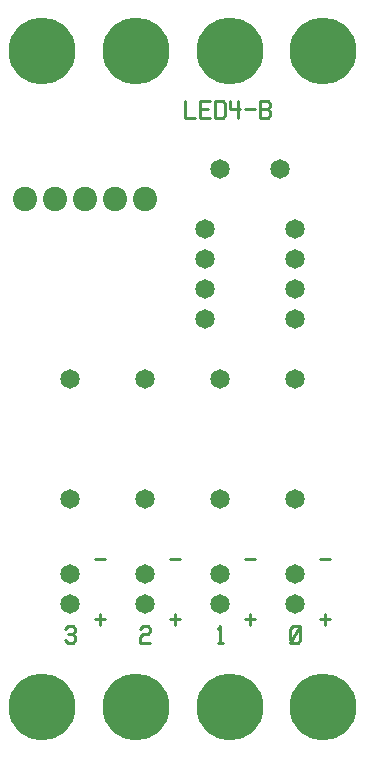
<source format=gtl>
%MOIN*%
%FSLAX25Y25*%
G04 D10 used for Character Trace; *
G04     Circle (OD=.01000) (No hole)*
G04 D11 used for Power Trace; *
G04     Circle (OD=.06700) (No hole)*
G04 D12 used for Signal Trace; *
G04     Circle (OD=.01100) (No hole)*
G04 D13 used for Via; *
G04     Circle (OD=.05800) (Round. Hole ID=.02800)*
G04 D14 used for Component hole; *
G04     Circle (OD=.06500) (Round. Hole ID=.03500)*
G04 D15 used for Component hole; *
G04     Circle (OD=.06700) (Round. Hole ID=.04300)*
G04 D16 used for Component hole; *
G04     Circle (OD=.08100) (Round. Hole ID=.05100)*
G04 D17 used for Component hole; *
G04     Circle (OD=.08900) (Round. Hole ID=.05900)*
G04 D18 used for Component hole; *
G04     Circle (OD=.11300) (Round. Hole ID=.08300)*
G04 D19 used for Component hole; *
G04     Circle (OD=.16000) (Round. Hole ID=.13000)*
G04 D20 used for Component hole; *
G04     Circle (OD=.18300) (Round. Hole ID=.15300)*
G04 D21 used for Component hole; *
G04     Circle (OD=.22291) (Round. Hole ID=.19291)*
%ADD10C,.01000*%
%ADD11C,.06700*%
%ADD12C,.01100*%
%ADD13C,.05800*%
%ADD14C,.06500*%
%ADD15C,.06700*%
%ADD16C,.08100*%
%ADD17C,.08900*%
%ADD18C,.11300*%
%ADD19C,.16000*%
%ADD20C,.18300*%
%ADD21C,.22291*%
%IPPOS*%
%LPD*%
G90*X0Y0D02*D21*X15625Y15625D03*D10*              
X23326Y41914D02*X24163Y42871D01*X25837D01*        
X26674Y41914D01*Y40957D01*X25837Y40000D01*        
X24163D01*X25837D02*X26674Y39043D01*Y38086D01*    
X25837Y37129D01*X24163D01*X23326Y38086D01*        
X33326Y45000D02*X36674D01*X35000Y46914D02*        
Y43086D01*D21*X46875Y15625D03*D14*X50000Y50000D03*
X25000D03*D10*X48326Y41914D02*X49163Y42871D01*    
X50837D01*X51674Y41914D01*Y40957D01*              
X50837Y40000D01*X49163D01*X48326Y39043D01*        
Y37129D01*X51674D01*D14*X50000Y60000D03*X25000D03*
D10*X58326Y45000D02*X61674D01*X60000Y46914D02*    
Y43086D01*X58326Y65000D02*X61674D01*X33326D02*    
X36674D01*X74163Y41914D02*X75000Y42871D01*        
Y37129D01*X74163D02*X75837D01*D14*X75000Y50000D03*
Y60000D03*D21*X78125Y15625D03*D14*X75000Y85000D03*
X50000D03*X25000D03*D10*X83326Y45000D02*X86674D01*
X85000Y46914D02*Y43086D01*X83326Y65000D02*        
X86674D01*X101674Y38086D02*X100837Y37129D01*      
X99163D01*X98326Y38086D01*Y41914D01*              
X99163Y42871D01*X100837D01*X101674Y41914D01*      
Y38086D01*X98326Y37129D02*X101674Y42871D01*D14*   
X100000Y50000D03*Y60000D03*Y85000D03*D21*         
X109375Y15625D03*D10*X108326Y45000D02*X111674D01* 
X110000Y46914D02*Y43086D01*X108326Y65000D02*      
X111674D01*D14*X100000Y125000D03*X75000D03*       
X50000D03*X25000D03*X100000Y145000D03*X70000D03*  
X100000Y155000D03*X70000D03*X100000Y165000D03*    
X70000D03*X100000Y175000D03*X70000D03*D16*        
X50000Y185000D03*X40000D03*X30000D03*X20000D03*   
X10000D03*D14*X95000Y195000D03*X75000D03*D10*     
X63326Y217871D02*Y212129D01*X66674D01*X71674D02*  
X68326D01*Y217871D01*X71674D01*X68326Y215000D02*  
X70837D01*X73326Y212129D02*Y217871D01*X75837D01*  
X76674Y216914D01*Y213086D01*X75837Y212129D01*     
X73326D01*X80837Y217871D02*Y212129D01*            
X78326Y217871D02*Y215000D01*X81674D01*X83326D02*  
X86674D01*X88326Y212129D02*Y217871D01*X90837D01*  
X91674Y216914D01*Y215957D01*X90837Y215000D01*     
X91674Y214043D01*Y213086D01*X90837Y212129D01*     
X88326D01*Y215000D02*X90837D01*D21*               
X109375Y234375D03*X78125D03*X46875D03*X15625D03*  
M02*                                              

</source>
